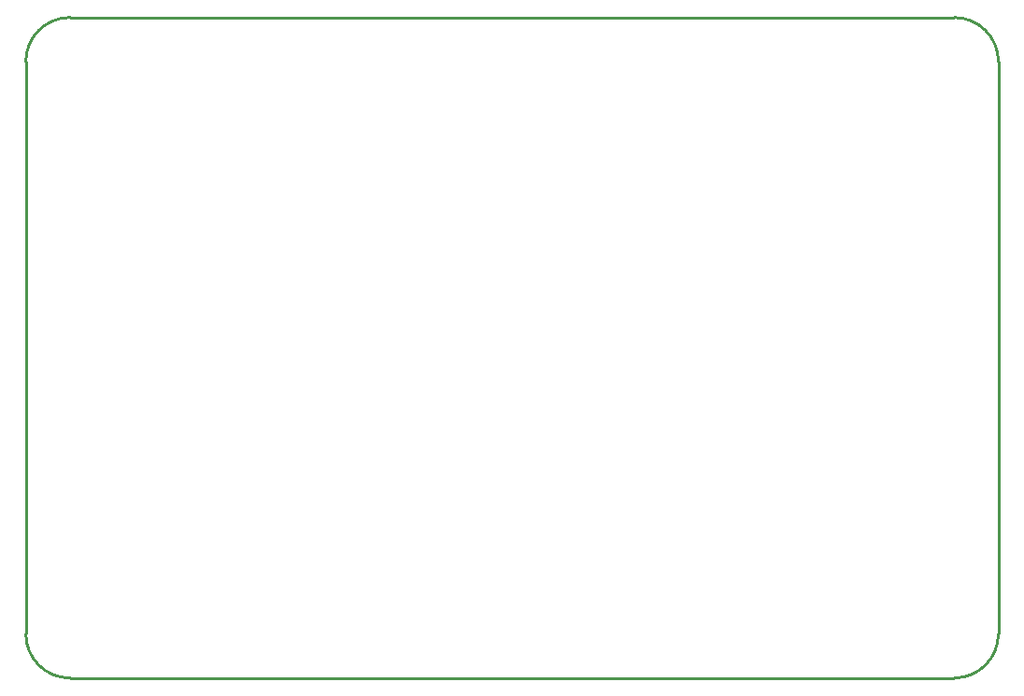
<source format=gko>
G04 Layer: BoardOutline*
G04 EasyEDA v6.4.25, 2021-11-05T10:47:30--3:00*
G04 159a448e8e33406d94cad16c6973356b,c2117e28123c44379a42240d4d7dbbcc,10*
G04 Gerber Generator version 0.2*
G04 Scale: 100 percent, Rotated: No, Reflected: No *
G04 Dimensions in millimeters *
G04 leading zeros omitted , absolute positions ,4 integer and 5 decimal *
%FSLAX45Y45*%
%MOMM*%

%ADD10C,0.2540*%
D10*
X1524000Y-260400D02*
G01*
X1524000Y4934000D01*
X9937800Y-660400D02*
G01*
X1923999Y-660400D01*
X10337800Y4934000D02*
G01*
X10337800Y-260400D01*
X1923999Y5334000D02*
G01*
X9937800Y5334000D01*
G75*
G01*
X9937801Y5334000D02*
G02*
X10337800Y4934001I0J-399999D01*
G75*
G01*
X10337800Y-260401D02*
G02*
X9937801Y-660400I-399999J0D01*
G75*
G01*
X1923999Y-660400D02*
G02*
X1524000Y-260401I0J399999D01*
G75*
G01*
X1524000Y4934001D02*
G02*
X1923999Y5334000I399999J0D01*

%LPD*%
M02*

</source>
